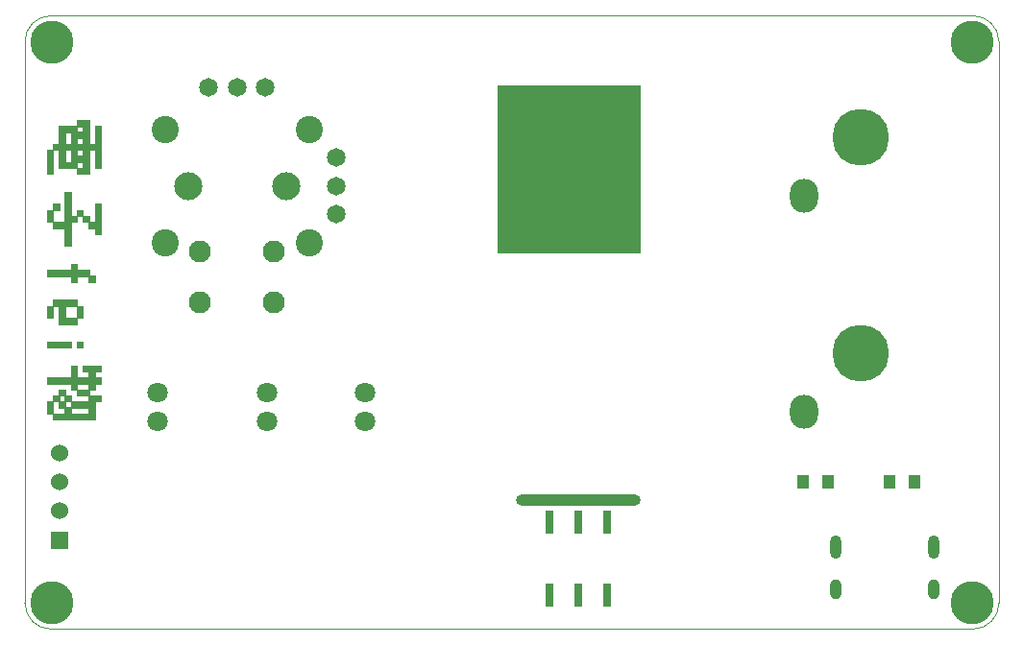
<source format=gbr>
%TF.GenerationSoftware,KiCad,Pcbnew,(6.0.2)*%
%TF.CreationDate,2022-03-14T13:43:41+08:00*%
%TF.ProjectId,game,67616d65-2e6b-4696-9361-645f70636258,0.1*%
%TF.SameCoordinates,Original*%
%TF.FileFunction,Soldermask,Top*%
%TF.FilePolarity,Negative*%
%FSLAX46Y46*%
G04 Gerber Fmt 4.6, Leading zero omitted, Abs format (unit mm)*
G04 Created by KiCad (PCBNEW (6.0.2)) date 2022-03-14 13:43:41*
%MOMM*%
%LPD*%
G01*
G04 APERTURE LIST*
%TA.AperFunction,Profile*%
%ADD10C,0.100000*%
%TD*%
%ADD11C,0.010000*%
%ADD12C,3.800000*%
%ADD13C,1.950000*%
%ADD14C,1.650000*%
%ADD15C,2.400000*%
%ADD16C,2.475000*%
%ADD17C,5.000000*%
%ADD18O,2.500000X3.000000*%
%ADD19C,1.800000*%
%ADD20R,1.000000X1.250000*%
%ADD21C,1.524000*%
%ADD22R,1.524000X1.524000*%
%ADD23R,0.800000X2.000000*%
%ADD24O,1.000000X2.100000*%
%ADD25O,1.000000X1.800000*%
%ADD26O,11.000000X1.000000*%
G04 APERTURE END LIST*
D10*
X109550200Y-123291600D02*
X190830200Y-123291600D01*
X190830200Y-123291600D02*
G75*
G03*
X193116200Y-121005600I0J2286000D01*
G01*
X193116200Y-71475600D02*
X193116200Y-121005600D01*
X107264200Y-71475600D02*
X107264200Y-121005600D01*
X193116200Y-71475600D02*
G75*
G03*
X190830200Y-69189600I-2286000J0D01*
G01*
X109550200Y-69189600D02*
X190830200Y-69189600D01*
X107264200Y-121005600D02*
G75*
G03*
X109550200Y-123291600I2286000J0D01*
G01*
X109550200Y-69189600D02*
G75*
G03*
X107264200Y-71475600I0J-2286000D01*
G01*
D11*
%TO.C,Ref\u002A\u002A*%
X161493200Y-90093800D02*
X148899033Y-90093800D01*
X148899033Y-90093800D02*
X148899033Y-75298300D01*
X148899033Y-75298300D02*
X161493200Y-75298300D01*
X161493200Y-75298300D02*
X161493200Y-90093800D01*
X161493200Y-90093800D02*
X161493200Y-90093800D01*
G36*
X161493200Y-90093800D02*
G01*
X148899033Y-90093800D01*
X148899033Y-75298300D01*
X161493200Y-75298300D01*
X161493200Y-90093800D01*
G37*
X161493200Y-90093800D02*
X148899033Y-90093800D01*
X148899033Y-75298300D01*
X161493200Y-75298300D01*
X161493200Y-90093800D01*
X111328200Y-86834133D02*
X111836200Y-86834133D01*
X111836200Y-86834133D02*
X111836200Y-86304966D01*
X111836200Y-86304966D02*
X112386533Y-86304966D01*
X112386533Y-86304966D02*
X112386533Y-86834133D01*
X112386533Y-86834133D02*
X112915700Y-86834133D01*
X112915700Y-86834133D02*
X112915700Y-87363300D01*
X112915700Y-87363300D02*
X113423700Y-87363300D01*
X113423700Y-87363300D02*
X113423700Y-85775800D01*
X113423700Y-85775800D02*
X113974033Y-85775800D01*
X113974033Y-85775800D02*
X113974033Y-88442800D01*
X113974033Y-88442800D02*
X113423700Y-88442800D01*
X113423700Y-88442800D02*
X113423700Y-87913633D01*
X113423700Y-87913633D02*
X112894533Y-87913633D01*
X112894533Y-87913633D02*
X112894533Y-87384466D01*
X112894533Y-87384466D02*
X112365366Y-87384466D01*
X112365366Y-87384466D02*
X112365366Y-86855300D01*
X112365366Y-86855300D02*
X111857366Y-86855300D01*
X111857366Y-86855300D02*
X111857366Y-87384466D01*
X111857366Y-87384466D02*
X111328200Y-87384466D01*
X111328200Y-87384466D02*
X111328200Y-89501133D01*
X111328200Y-89501133D02*
X110777866Y-89501133D01*
X110777866Y-89501133D02*
X110777866Y-87913633D01*
X110777866Y-87913633D02*
X109740700Y-87913633D01*
X109740700Y-87913633D02*
X109740700Y-87384466D01*
X109740700Y-87384466D02*
X109211533Y-87384466D01*
X109211533Y-87384466D02*
X109211533Y-86304966D01*
X109211533Y-86304966D02*
X109740700Y-86304966D01*
X109740700Y-86304966D02*
X109740700Y-85774535D01*
X109740700Y-85774535D02*
X110280450Y-85786383D01*
X110280450Y-85786383D02*
X110292298Y-86326133D01*
X110292298Y-86326133D02*
X109761866Y-86326133D01*
X109761866Y-86326133D02*
X109761866Y-87363300D01*
X109761866Y-87363300D02*
X110777866Y-87363300D01*
X110777866Y-87363300D02*
X110777866Y-84738633D01*
X110777866Y-84738633D02*
X111328200Y-84738633D01*
X111328200Y-84738633D02*
X111328200Y-86834133D01*
X111328200Y-86834133D02*
X111328200Y-86834133D01*
G36*
X111328200Y-86834133D02*
G01*
X111836200Y-86834133D01*
X111836200Y-86304966D01*
X112386533Y-86304966D01*
X112386533Y-86834133D01*
X112915700Y-86834133D01*
X112915700Y-87363300D01*
X113423700Y-87363300D01*
X113423700Y-85775800D01*
X113974033Y-85775800D01*
X113974033Y-88442800D01*
X113423700Y-88442800D01*
X113423700Y-87913633D01*
X112894533Y-87913633D01*
X112894533Y-87384466D01*
X112365366Y-87384466D01*
X112365366Y-86855300D01*
X111857366Y-86855300D01*
X111857366Y-87384466D01*
X111328200Y-87384466D01*
X111328200Y-89501133D01*
X110777866Y-89501133D01*
X110777866Y-87913633D01*
X109740700Y-87913633D01*
X109740700Y-87384466D01*
X109211533Y-87384466D01*
X109211533Y-86304966D01*
X109740700Y-86304966D01*
X109740700Y-85774535D01*
X110280450Y-85786383D01*
X110292298Y-86326133D01*
X109761866Y-86326133D01*
X109761866Y-87363300D01*
X110777866Y-87363300D01*
X110777866Y-84738633D01*
X111328200Y-84738633D01*
X111328200Y-86834133D01*
G37*
X111328200Y-86834133D02*
X111836200Y-86834133D01*
X111836200Y-86304966D01*
X112386533Y-86304966D01*
X112386533Y-86834133D01*
X112915700Y-86834133D01*
X112915700Y-87363300D01*
X113423700Y-87363300D01*
X113423700Y-85775800D01*
X113974033Y-85775800D01*
X113974033Y-88442800D01*
X113423700Y-88442800D01*
X113423700Y-87913633D01*
X112894533Y-87913633D01*
X112894533Y-87384466D01*
X112365366Y-87384466D01*
X112365366Y-86855300D01*
X111857366Y-86855300D01*
X111857366Y-87384466D01*
X111328200Y-87384466D01*
X111328200Y-89501133D01*
X110777866Y-89501133D01*
X110777866Y-87913633D01*
X109740700Y-87913633D01*
X109740700Y-87384466D01*
X109211533Y-87384466D01*
X109211533Y-86304966D01*
X109740700Y-86304966D01*
X109740700Y-85774535D01*
X110280450Y-85786383D01*
X110292298Y-86326133D01*
X109761866Y-86326133D01*
X109761866Y-87363300D01*
X110777866Y-87363300D01*
X110777866Y-84738633D01*
X111328200Y-84738633D01*
X111328200Y-86834133D01*
X112386533Y-98475800D02*
X111836200Y-98475800D01*
X111836200Y-98475800D02*
X111836200Y-97925466D01*
X111836200Y-97925466D02*
X112386533Y-97925466D01*
X112386533Y-97925466D02*
X112386533Y-98475800D01*
X112386533Y-98475800D02*
X112386533Y-98475800D01*
G36*
X112386533Y-98475800D02*
G01*
X111836200Y-98475800D01*
X111836200Y-97925466D01*
X112386533Y-97925466D01*
X112386533Y-98475800D01*
G37*
X112386533Y-98475800D02*
X111836200Y-98475800D01*
X111836200Y-97925466D01*
X112386533Y-97925466D01*
X112386533Y-98475800D01*
X111857366Y-101100466D02*
X112894533Y-101100466D01*
X112894533Y-101100466D02*
X112894533Y-100592466D01*
X112894533Y-100592466D02*
X112365366Y-100592466D01*
X112365366Y-100592466D02*
X112365366Y-100042133D01*
X112365366Y-100042133D02*
X113974033Y-100042133D01*
X113974033Y-100042133D02*
X113974033Y-100592466D01*
X113974033Y-100592466D02*
X113444866Y-100592466D01*
X113444866Y-100592466D02*
X113444866Y-101100466D01*
X113444866Y-101100466D02*
X113974033Y-101100466D01*
X113974033Y-101100466D02*
X113974033Y-101650800D01*
X113974033Y-101650800D02*
X113444866Y-101650800D01*
X113444866Y-101650800D02*
X113444866Y-102179966D01*
X113444866Y-102179966D02*
X112915700Y-102179966D01*
X112915700Y-102179966D02*
X112915700Y-102687966D01*
X112915700Y-102687966D02*
X113974033Y-102687966D01*
X113974033Y-102687966D02*
X113974033Y-103217133D01*
X113974033Y-103217133D02*
X113444866Y-103217133D01*
X113444866Y-103217133D02*
X113444866Y-104804633D01*
X113444866Y-104804633D02*
X109740700Y-104804633D01*
X109740700Y-104804633D02*
X109740700Y-104275466D01*
X109740700Y-104275466D02*
X109211533Y-104275466D01*
X109211533Y-104275466D02*
X109211533Y-103217133D01*
X109211533Y-103217133D02*
X109761866Y-103217133D01*
X109761866Y-103217133D02*
X109761866Y-104254300D01*
X109761866Y-104254300D02*
X110777866Y-104254300D01*
X110777866Y-104254300D02*
X110777866Y-103746300D01*
X110777866Y-103746300D02*
X111328200Y-103746300D01*
X111328200Y-103746300D02*
X111328200Y-104254300D01*
X111328200Y-104254300D02*
X112894533Y-104254300D01*
X112894533Y-104254300D02*
X112894533Y-103746300D01*
X112894533Y-103746300D02*
X111328200Y-103746300D01*
X111328200Y-103746300D02*
X110777866Y-103746300D01*
X110777866Y-103746300D02*
X110269866Y-103746300D01*
X110269866Y-103746300D02*
X110269866Y-103217133D01*
X110269866Y-103217133D02*
X110799033Y-103217133D01*
X110799033Y-103217133D02*
X110799033Y-103725133D01*
X110799033Y-103725133D02*
X111307033Y-103725133D01*
X111307033Y-103725133D02*
X111307033Y-103217133D01*
X111307033Y-103217133D02*
X110799033Y-103217133D01*
X110799033Y-103217133D02*
X110269866Y-103217133D01*
X110269866Y-103217133D02*
X109761866Y-103217133D01*
X109761866Y-103217133D02*
X109211533Y-103217133D01*
X109211533Y-103217133D02*
X109211533Y-103195966D01*
X109211533Y-103195966D02*
X109740700Y-103195966D01*
X109740700Y-103195966D02*
X109740700Y-102709133D01*
X109740700Y-102709133D02*
X110291033Y-102709133D01*
X110291033Y-102709133D02*
X110291033Y-103195966D01*
X110291033Y-103195966D02*
X110777866Y-103195966D01*
X110777866Y-103195966D02*
X110777866Y-102709133D01*
X110777866Y-102709133D02*
X110291033Y-102709133D01*
X110291033Y-102709133D02*
X109740700Y-102709133D01*
X109740700Y-102709133D02*
X109740700Y-102687966D01*
X109740700Y-102687966D02*
X110269866Y-102687966D01*
X110269866Y-102687966D02*
X110269866Y-102158800D01*
X110269866Y-102158800D02*
X110799033Y-102158800D01*
X110799033Y-102158800D02*
X110799033Y-102687966D01*
X110799033Y-102687966D02*
X111328200Y-102687966D01*
X111328200Y-102687966D02*
X111328200Y-103195966D01*
X111328200Y-103195966D02*
X112894533Y-103195966D01*
X112894533Y-103195966D02*
X112894533Y-102709133D01*
X112894533Y-102709133D02*
X111836200Y-102709133D01*
X111836200Y-102709133D02*
X111836200Y-102179966D01*
X111836200Y-102179966D02*
X111307033Y-102179966D01*
X111307033Y-102179966D02*
X111307033Y-101650800D01*
X111307033Y-101650800D02*
X111857366Y-101650800D01*
X111857366Y-101650800D02*
X111857366Y-102158800D01*
X111857366Y-102158800D02*
X112894533Y-102158800D01*
X112894533Y-102158800D02*
X112894533Y-101650800D01*
X112894533Y-101650800D02*
X111857366Y-101650800D01*
X111857366Y-101650800D02*
X111307033Y-101650800D01*
X111307033Y-101650800D02*
X109211533Y-101650800D01*
X109211533Y-101650800D02*
X109211533Y-101100466D01*
X109211533Y-101100466D02*
X111307033Y-101100466D01*
X111307033Y-101100466D02*
X111307033Y-100042133D01*
X111307033Y-100042133D02*
X111857366Y-100042133D01*
X111857366Y-100042133D02*
X111857366Y-101100466D01*
X111857366Y-101100466D02*
X111857366Y-101100466D01*
G36*
X109740700Y-103195966D02*
G01*
X110291033Y-103195966D01*
X110777866Y-103195966D01*
X110777866Y-102709133D01*
X110291033Y-102709133D01*
X110291033Y-103195966D01*
X109740700Y-103195966D01*
X109740700Y-102687966D01*
X110269866Y-102687966D01*
X110269866Y-102158800D01*
X110799033Y-102158800D01*
X110799033Y-102687966D01*
X111328200Y-102687966D01*
X111328200Y-103195966D01*
X112894533Y-103195966D01*
X112894533Y-102709133D01*
X111836200Y-102709133D01*
X111836200Y-102179966D01*
X111307033Y-102179966D01*
X111307033Y-102158800D01*
X111857366Y-102158800D01*
X112894533Y-102158800D01*
X112894533Y-101650800D01*
X111857366Y-101650800D01*
X111857366Y-102158800D01*
X111307033Y-102158800D01*
X111307033Y-101650800D01*
X109211533Y-101650800D01*
X109211533Y-101100466D01*
X111307033Y-101100466D01*
X111307033Y-100042133D01*
X111857366Y-100042133D01*
X111857366Y-101100466D01*
X112894533Y-101100466D01*
X112894533Y-100592466D01*
X112365366Y-100592466D01*
X112365366Y-100042133D01*
X113974033Y-100042133D01*
X113974033Y-100592466D01*
X113444866Y-100592466D01*
X113444866Y-101100466D01*
X113974033Y-101100466D01*
X113974033Y-101650800D01*
X113444866Y-101650800D01*
X113444866Y-102179966D01*
X112915700Y-102179966D01*
X112915700Y-102687966D01*
X113974033Y-102687966D01*
X113974033Y-103217133D01*
X113444866Y-103217133D01*
X113444866Y-104804633D01*
X109740700Y-104804633D01*
X109740700Y-104275466D01*
X109211533Y-104275466D01*
X109211533Y-104254300D01*
X109761866Y-104254300D01*
X110777866Y-104254300D01*
X111328200Y-104254300D01*
X112894533Y-104254300D01*
X112894533Y-103746300D01*
X111328200Y-103746300D01*
X111328200Y-104254300D01*
X110777866Y-104254300D01*
X110777866Y-103746300D01*
X110269866Y-103746300D01*
X110269866Y-103725133D01*
X110799033Y-103725133D01*
X111307033Y-103725133D01*
X111307033Y-103217133D01*
X110799033Y-103217133D01*
X110799033Y-103725133D01*
X110269866Y-103725133D01*
X110269866Y-103217133D01*
X109761866Y-103217133D01*
X109761866Y-104254300D01*
X109211533Y-104254300D01*
X109211533Y-103195966D01*
X109740700Y-103195966D01*
G37*
X109740700Y-103195966D02*
X110291033Y-103195966D01*
X110777866Y-103195966D01*
X110777866Y-102709133D01*
X110291033Y-102709133D01*
X110291033Y-103195966D01*
X109740700Y-103195966D01*
X109740700Y-102687966D01*
X110269866Y-102687966D01*
X110269866Y-102158800D01*
X110799033Y-102158800D01*
X110799033Y-102687966D01*
X111328200Y-102687966D01*
X111328200Y-103195966D01*
X112894533Y-103195966D01*
X112894533Y-102709133D01*
X111836200Y-102709133D01*
X111836200Y-102179966D01*
X111307033Y-102179966D01*
X111307033Y-102158800D01*
X111857366Y-102158800D01*
X112894533Y-102158800D01*
X112894533Y-101650800D01*
X111857366Y-101650800D01*
X111857366Y-102158800D01*
X111307033Y-102158800D01*
X111307033Y-101650800D01*
X109211533Y-101650800D01*
X109211533Y-101100466D01*
X111307033Y-101100466D01*
X111307033Y-100042133D01*
X111857366Y-100042133D01*
X111857366Y-101100466D01*
X112894533Y-101100466D01*
X112894533Y-100592466D01*
X112365366Y-100592466D01*
X112365366Y-100042133D01*
X113974033Y-100042133D01*
X113974033Y-100592466D01*
X113444866Y-100592466D01*
X113444866Y-101100466D01*
X113974033Y-101100466D01*
X113974033Y-101650800D01*
X113444866Y-101650800D01*
X113444866Y-102179966D01*
X112915700Y-102179966D01*
X112915700Y-102687966D01*
X113974033Y-102687966D01*
X113974033Y-103217133D01*
X113444866Y-103217133D01*
X113444866Y-104804633D01*
X109740700Y-104804633D01*
X109740700Y-104275466D01*
X109211533Y-104275466D01*
X109211533Y-104254300D01*
X109761866Y-104254300D01*
X110777866Y-104254300D01*
X111328200Y-104254300D01*
X112894533Y-104254300D01*
X112894533Y-103746300D01*
X111328200Y-103746300D01*
X111328200Y-104254300D01*
X110777866Y-104254300D01*
X110777866Y-103746300D01*
X110269866Y-103746300D01*
X110269866Y-103725133D01*
X110799033Y-103725133D01*
X111307033Y-103725133D01*
X111307033Y-103217133D01*
X110799033Y-103217133D01*
X110799033Y-103725133D01*
X110269866Y-103725133D01*
X110269866Y-103217133D01*
X109761866Y-103217133D01*
X109761866Y-104254300D01*
X109211533Y-104254300D01*
X109211533Y-103195966D01*
X109740700Y-103195966D01*
X111328200Y-98475800D02*
X109211533Y-98475800D01*
X109211533Y-98475800D02*
X109211533Y-97925466D01*
X109211533Y-97925466D02*
X111328200Y-97925466D01*
X111328200Y-97925466D02*
X111328200Y-98475800D01*
X111328200Y-98475800D02*
X111328200Y-98475800D01*
G36*
X111328200Y-98475800D02*
G01*
X109211533Y-98475800D01*
X109211533Y-97925466D01*
X111328200Y-97925466D01*
X111328200Y-98475800D01*
G37*
X111328200Y-98475800D02*
X109211533Y-98475800D01*
X109211533Y-97925466D01*
X111328200Y-97925466D01*
X111328200Y-98475800D01*
X111857366Y-94771633D02*
X112386533Y-94771633D01*
X112386533Y-94771633D02*
X112386533Y-95851133D01*
X112386533Y-95851133D02*
X111857366Y-95851133D01*
X111857366Y-95851133D02*
X111857366Y-96380300D01*
X111857366Y-96380300D02*
X110269866Y-96380300D01*
X110269866Y-96380300D02*
X110269866Y-94792800D01*
X110269866Y-94792800D02*
X110799033Y-94792800D01*
X110799033Y-94792800D02*
X110799033Y-95829966D01*
X110799033Y-95829966D02*
X111836200Y-95829966D01*
X111836200Y-95829966D02*
X111836200Y-94792800D01*
X111836200Y-94792800D02*
X110799033Y-94792800D01*
X110799033Y-94792800D02*
X110269866Y-94792800D01*
X110269866Y-94792800D02*
X109761866Y-94792800D01*
X109761866Y-94792800D02*
X109761866Y-95851133D01*
X109761866Y-95851133D02*
X109211533Y-95851133D01*
X109211533Y-95851133D02*
X109211533Y-94771633D01*
X109211533Y-94771633D02*
X109740700Y-94771633D01*
X109740700Y-94771633D02*
X109740700Y-94242466D01*
X109740700Y-94242466D02*
X111857366Y-94242466D01*
X111857366Y-94242466D02*
X111857366Y-94771633D01*
X111857366Y-94771633D02*
X111857366Y-94771633D01*
G36*
X109761866Y-95851133D02*
G01*
X109211533Y-95851133D01*
X109211533Y-94771633D01*
X109740700Y-94771633D01*
X109740700Y-94242466D01*
X111857366Y-94242466D01*
X111857366Y-94771633D01*
X112386533Y-94771633D01*
X112386533Y-95851133D01*
X111857366Y-95851133D01*
X111857366Y-96380300D01*
X110269866Y-96380300D01*
X110269866Y-95829966D01*
X110799033Y-95829966D01*
X111836200Y-95829966D01*
X111836200Y-94792800D01*
X110799033Y-94792800D01*
X110799033Y-95829966D01*
X110269866Y-95829966D01*
X110269866Y-94792800D01*
X109761866Y-94792800D01*
X109761866Y-95851133D01*
G37*
X109761866Y-95851133D02*
X109211533Y-95851133D01*
X109211533Y-94771633D01*
X109740700Y-94771633D01*
X109740700Y-94242466D01*
X111857366Y-94242466D01*
X111857366Y-94771633D01*
X112386533Y-94771633D01*
X112386533Y-95851133D01*
X111857366Y-95851133D01*
X111857366Y-96380300D01*
X110269866Y-96380300D01*
X110269866Y-95829966D01*
X110799033Y-95829966D01*
X111836200Y-95829966D01*
X111836200Y-94792800D01*
X110799033Y-94792800D01*
X110799033Y-95829966D01*
X110269866Y-95829966D01*
X110269866Y-94792800D01*
X109761866Y-94792800D01*
X109761866Y-95851133D01*
X111857366Y-91617800D02*
X112915700Y-91617800D01*
X112915700Y-91617800D02*
X112915700Y-92125800D01*
X112915700Y-92125800D02*
X113444866Y-92125800D01*
X113444866Y-92125800D02*
X113444866Y-92676133D01*
X113444866Y-92676133D02*
X112894533Y-92676133D01*
X112894533Y-92676133D02*
X112894533Y-92146966D01*
X112894533Y-92146966D02*
X111857366Y-92146966D01*
X111857366Y-92146966D02*
X111857366Y-92676133D01*
X111857366Y-92676133D02*
X111307033Y-92676133D01*
X111307033Y-92676133D02*
X111307033Y-92146966D01*
X111307033Y-92146966D02*
X109211533Y-92146966D01*
X109211533Y-92146966D02*
X109211533Y-91617800D01*
X109211533Y-91617800D02*
X111307033Y-91617800D01*
X111307033Y-91617800D02*
X111307033Y-91088633D01*
X111307033Y-91088633D02*
X111857366Y-91088633D01*
X111857366Y-91088633D02*
X111857366Y-91617800D01*
X111857366Y-91617800D02*
X111857366Y-91617800D01*
G36*
X111857366Y-91617800D02*
G01*
X112915700Y-91617800D01*
X112915700Y-92125800D01*
X113444866Y-92125800D01*
X113444866Y-92676133D01*
X112894533Y-92676133D01*
X112894533Y-92146966D01*
X111857366Y-92146966D01*
X111857366Y-92676133D01*
X111307033Y-92676133D01*
X111307033Y-92146966D01*
X109211533Y-92146966D01*
X109211533Y-91617800D01*
X111307033Y-91617800D01*
X111307033Y-91088633D01*
X111857366Y-91088633D01*
X111857366Y-91617800D01*
G37*
X111857366Y-91617800D02*
X112915700Y-91617800D01*
X112915700Y-92125800D01*
X113444866Y-92125800D01*
X113444866Y-92676133D01*
X112894533Y-92676133D01*
X112894533Y-92146966D01*
X111857366Y-92146966D01*
X111857366Y-92676133D01*
X111307033Y-92676133D01*
X111307033Y-92146966D01*
X109211533Y-92146966D01*
X109211533Y-91617800D01*
X111307033Y-91617800D01*
X111307033Y-91088633D01*
X111857366Y-91088633D01*
X111857366Y-91617800D01*
X112915700Y-80484133D02*
X113423700Y-80484133D01*
X113423700Y-80484133D02*
X113423700Y-78917800D01*
X113423700Y-78917800D02*
X113974033Y-78917800D01*
X113974033Y-78917800D02*
X113974033Y-82621966D01*
X113974033Y-82621966D02*
X113423700Y-82621966D01*
X113423700Y-82621966D02*
X113423700Y-81034466D01*
X113423700Y-81034466D02*
X112915700Y-81034466D01*
X112915700Y-81034466D02*
X112915700Y-83151133D01*
X112915700Y-83151133D02*
X111836200Y-83151133D01*
X111836200Y-83151133D02*
X111836200Y-82621966D01*
X111836200Y-82621966D02*
X110269866Y-82621966D01*
X110269866Y-82621966D02*
X110269866Y-82092800D01*
X110269866Y-82092800D02*
X111857366Y-82092800D01*
X111857366Y-82092800D02*
X111857366Y-82600800D01*
X111857366Y-82600800D02*
X112365366Y-82600800D01*
X112365366Y-82600800D02*
X112365366Y-82092800D01*
X112365366Y-82092800D02*
X111857366Y-82092800D01*
X111857366Y-82092800D02*
X110269866Y-82092800D01*
X110269866Y-82092800D02*
X110269866Y-81034466D01*
X110269866Y-81034466D02*
X110799033Y-81034466D01*
X110799033Y-81034466D02*
X110799033Y-82071633D01*
X110799033Y-82071633D02*
X111307033Y-82071633D01*
X111307033Y-82071633D02*
X111307033Y-81034466D01*
X111307033Y-81034466D02*
X111857366Y-81034466D01*
X111857366Y-81034466D02*
X111857366Y-81542466D01*
X111857366Y-81542466D02*
X112365366Y-81542466D01*
X112365366Y-81542466D02*
X112365366Y-81034466D01*
X112365366Y-81034466D02*
X111857366Y-81034466D01*
X111857366Y-81034466D02*
X111307033Y-81034466D01*
X111307033Y-81034466D02*
X110799033Y-81034466D01*
X110799033Y-81034466D02*
X110269866Y-81034466D01*
X110269866Y-81034466D02*
X109761866Y-81034466D01*
X109761866Y-81034466D02*
X109761866Y-83151133D01*
X109761866Y-83151133D02*
X109211533Y-83151133D01*
X109211533Y-83151133D02*
X109211533Y-81013300D01*
X109211533Y-81013300D02*
X109740700Y-81013300D01*
X109740700Y-81013300D02*
X109740700Y-80484133D01*
X109740700Y-80484133D02*
X110269866Y-80484133D01*
X110269866Y-80484133D02*
X110269866Y-79446966D01*
X110269866Y-79446966D02*
X110799033Y-79446966D01*
X110799033Y-79446966D02*
X110799033Y-80484133D01*
X110799033Y-80484133D02*
X111307033Y-80484133D01*
X111307033Y-80484133D02*
X111307033Y-79976133D01*
X111307033Y-79976133D02*
X111857366Y-79976133D01*
X111857366Y-79976133D02*
X111857366Y-80484133D01*
X111857366Y-80484133D02*
X112365366Y-80484133D01*
X112365366Y-80484133D02*
X112365366Y-79976133D01*
X112365366Y-79976133D02*
X111857366Y-79976133D01*
X111857366Y-79976133D02*
X111307033Y-79976133D01*
X111307033Y-79976133D02*
X111307033Y-79446966D01*
X111307033Y-79446966D02*
X110799033Y-79446966D01*
X110799033Y-79446966D02*
X110269866Y-79446966D01*
X110269866Y-79446966D02*
X110269866Y-78938966D01*
X110269866Y-78938966D02*
X111857366Y-78938966D01*
X111857366Y-78938966D02*
X111857366Y-79425800D01*
X111857366Y-79425800D02*
X112365366Y-79425800D01*
X112365366Y-79425800D02*
X112365366Y-78938966D01*
X112365366Y-78938966D02*
X111857366Y-78938966D01*
X111857366Y-78938966D02*
X110269866Y-78938966D01*
X110269866Y-78938966D02*
X110269866Y-78917800D01*
X110269866Y-78917800D02*
X111836200Y-78917800D01*
X111836200Y-78917800D02*
X111836200Y-78388633D01*
X111836200Y-78388633D02*
X112915700Y-78388633D01*
X112915700Y-78388633D02*
X112915700Y-80484133D01*
X112915700Y-80484133D02*
X112915700Y-80484133D01*
G36*
X111836200Y-78917800D02*
G01*
X111836200Y-78388633D01*
X112915700Y-78388633D01*
X112915700Y-80484133D01*
X113423700Y-80484133D01*
X113423700Y-78917800D01*
X113974033Y-78917800D01*
X113974033Y-82621966D01*
X113423700Y-82621966D01*
X113423700Y-81034466D01*
X112915700Y-81034466D01*
X112915700Y-83151133D01*
X111836200Y-83151133D01*
X111836200Y-82621966D01*
X110269866Y-82621966D01*
X110269866Y-82600800D01*
X111857366Y-82600800D01*
X112365366Y-82600800D01*
X112365366Y-82092800D01*
X111857366Y-82092800D01*
X111857366Y-82600800D01*
X110269866Y-82600800D01*
X110269866Y-81034466D01*
X110799033Y-81034466D01*
X110799033Y-82071633D01*
X111307033Y-82071633D01*
X111307033Y-81542466D01*
X111857366Y-81542466D01*
X112365366Y-81542466D01*
X112365366Y-81034466D01*
X111857366Y-81034466D01*
X111857366Y-81542466D01*
X111307033Y-81542466D01*
X111307033Y-81034466D01*
X110799033Y-81034466D01*
X110269866Y-81034466D01*
X109761866Y-81034466D01*
X109761866Y-83151133D01*
X109211533Y-83151133D01*
X109211533Y-81013300D01*
X109740700Y-81013300D01*
X109740700Y-80484133D01*
X110269866Y-80484133D01*
X110799033Y-80484133D01*
X111307033Y-80484133D01*
X111857366Y-80484133D01*
X112365366Y-80484133D01*
X112365366Y-79976133D01*
X111857366Y-79976133D01*
X111857366Y-80484133D01*
X111307033Y-80484133D01*
X111307033Y-79446966D01*
X110799033Y-79446966D01*
X110799033Y-80484133D01*
X110269866Y-80484133D01*
X110269866Y-79425800D01*
X111857366Y-79425800D01*
X112365366Y-79425800D01*
X112365366Y-78938966D01*
X111857366Y-78938966D01*
X111857366Y-79425800D01*
X110269866Y-79425800D01*
X110269866Y-78917800D01*
X111836200Y-78917800D01*
G37*
X111836200Y-78917800D02*
X111836200Y-78388633D01*
X112915700Y-78388633D01*
X112915700Y-80484133D01*
X113423700Y-80484133D01*
X113423700Y-78917800D01*
X113974033Y-78917800D01*
X113974033Y-82621966D01*
X113423700Y-82621966D01*
X113423700Y-81034466D01*
X112915700Y-81034466D01*
X112915700Y-83151133D01*
X111836200Y-83151133D01*
X111836200Y-82621966D01*
X110269866Y-82621966D01*
X110269866Y-82600800D01*
X111857366Y-82600800D01*
X112365366Y-82600800D01*
X112365366Y-82092800D01*
X111857366Y-82092800D01*
X111857366Y-82600800D01*
X110269866Y-82600800D01*
X110269866Y-81034466D01*
X110799033Y-81034466D01*
X110799033Y-82071633D01*
X111307033Y-82071633D01*
X111307033Y-81542466D01*
X111857366Y-81542466D01*
X112365366Y-81542466D01*
X112365366Y-81034466D01*
X111857366Y-81034466D01*
X111857366Y-81542466D01*
X111307033Y-81542466D01*
X111307033Y-81034466D01*
X110799033Y-81034466D01*
X110269866Y-81034466D01*
X109761866Y-81034466D01*
X109761866Y-83151133D01*
X109211533Y-83151133D01*
X109211533Y-81013300D01*
X109740700Y-81013300D01*
X109740700Y-80484133D01*
X110269866Y-80484133D01*
X110799033Y-80484133D01*
X111307033Y-80484133D01*
X111857366Y-80484133D01*
X112365366Y-80484133D01*
X112365366Y-79976133D01*
X111857366Y-79976133D01*
X111857366Y-80484133D01*
X111307033Y-80484133D01*
X111307033Y-79446966D01*
X110799033Y-79446966D01*
X110799033Y-80484133D01*
X110269866Y-80484133D01*
X110269866Y-79425800D01*
X111857366Y-79425800D01*
X112365366Y-79425800D01*
X112365366Y-78938966D01*
X111857366Y-78938966D01*
X111857366Y-79425800D01*
X110269866Y-79425800D01*
X110269866Y-78917800D01*
X111836200Y-78917800D01*
%TD*%
D12*
%TO.C,Mt\u002A\u002A*%
X109601000Y-71526400D03*
%TD*%
%TO.C,Mt\u002A\u002A*%
X190779400Y-71526400D03*
%TD*%
D13*
%TO.C,S1*%
X122716200Y-89965600D03*
D14*
X134696200Y-86715600D03*
X134696200Y-84215600D03*
X134696200Y-81715600D03*
D13*
X122716200Y-94465600D03*
D14*
X128466200Y-75485600D03*
X125966200Y-75485600D03*
X123466200Y-75485600D03*
D13*
X129216200Y-89965600D03*
X129216200Y-94465600D03*
D15*
X119641200Y-89215600D03*
X119641200Y-79215600D03*
X132291200Y-89215600D03*
X132291200Y-79215600D03*
D16*
X121666200Y-84215600D03*
X130266200Y-84215600D03*
%TD*%
D12*
%TO.C,Mt\u002A\u002A*%
X190779400Y-120954800D03*
%TD*%
D17*
%TO.C,S3*%
X180898800Y-98983800D03*
D18*
X175898800Y-104133800D03*
%TD*%
D19*
%TO.C,JP1*%
X118948200Y-105003600D03*
X118948200Y-102463600D03*
%TD*%
D20*
%TO.C,LED1*%
X185674000Y-110312200D03*
X183474000Y-110312200D03*
%TD*%
D12*
%TO.C,Mt\u002A\u002A*%
X109601000Y-120954800D03*
%TD*%
D21*
%TO.C,P1*%
X110312200Y-107797600D03*
X110312200Y-110337600D03*
X110312200Y-112877600D03*
D22*
X110312200Y-115481600D03*
%TD*%
D20*
%TO.C,LED2*%
X178052600Y-110307200D03*
X175852600Y-110307200D03*
%TD*%
D23*
%TO.C,S4*%
X153532200Y-120293600D03*
X156032200Y-120293600D03*
X158532200Y-120293600D03*
X158532200Y-113893600D03*
X156032200Y-113893600D03*
X153532200Y-113893600D03*
%TD*%
D19*
%TO.C,JP2*%
X137236200Y-102463600D03*
X137236200Y-105003600D03*
%TD*%
D17*
%TO.C,S2*%
X180898800Y-79883000D03*
D18*
X175898800Y-85033000D03*
%TD*%
D24*
%TO.C,J2*%
X187375800Y-116061000D03*
X178735800Y-116061000D03*
D25*
X187375800Y-119761000D03*
X178735800Y-119761000D03*
%TD*%
D26*
%TO.C,J1*%
X156032200Y-111887600D03*
%TD*%
D19*
%TO.C,JP3*%
X128600200Y-102463600D03*
X128600200Y-105003600D03*
%TD*%
M02*

</source>
